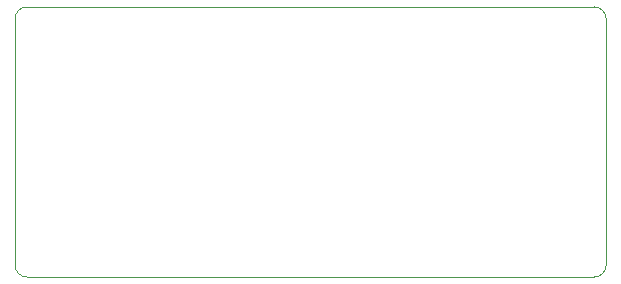
<source format=gbr>
%TF.GenerationSoftware,KiCad,Pcbnew,9.0.5*%
%TF.CreationDate,2025-12-15T00:22:42+09:00*%
%TF.ProjectId,ltc6820,6c746336-3832-4302-9e6b-696361645f70,rev?*%
%TF.SameCoordinates,Original*%
%TF.FileFunction,Profile,NP*%
%FSLAX46Y46*%
G04 Gerber Fmt 4.6, Leading zero omitted, Abs format (unit mm)*
G04 Created by KiCad (PCBNEW 9.0.5) date 2025-12-15 00:22:42*
%MOMM*%
%LPD*%
G01*
G04 APERTURE LIST*
%TA.AperFunction,Profile*%
%ADD10C,0.050000*%
%TD*%
G04 APERTURE END LIST*
D10*
X53324000Y-43942000D02*
X101362000Y-43942000D01*
X52324000Y-44942000D02*
G75*
G02*
X53324000Y-43942000I1000000J0D01*
G01*
X101362000Y-43942000D02*
G75*
G02*
X102362000Y-44942000I0J-1000000D01*
G01*
X101362000Y-66802000D02*
X53324000Y-66802000D01*
X102362000Y-65802000D02*
G75*
G02*
X101362000Y-66802000I-1000000J0D01*
G01*
X52324000Y-65802000D02*
X52324000Y-44942000D01*
X102362000Y-44942000D02*
X102362000Y-65802000D01*
X53324000Y-66802000D02*
G75*
G02*
X52324000Y-65802000I0J1000000D01*
G01*
M02*

</source>
